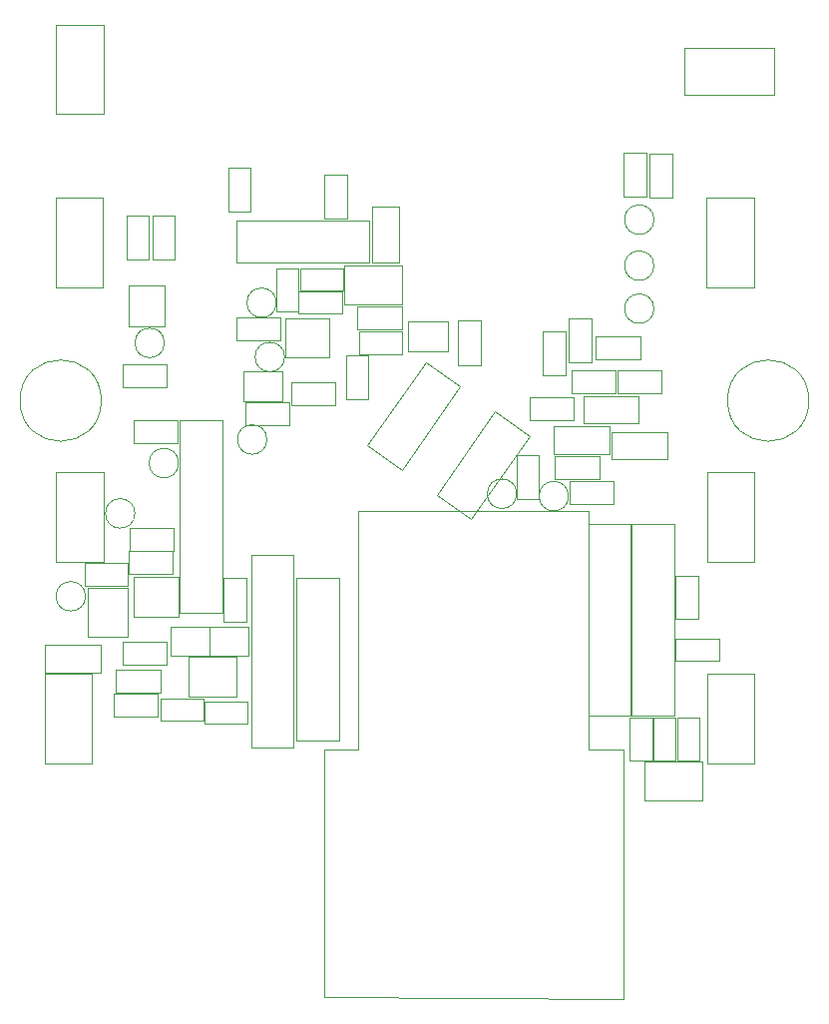
<source format=gbr>
G04 #@! TF.GenerationSoftware,KiCad,Pcbnew,(7.0.0)*
G04 #@! TF.CreationDate,2023-03-27T20:50:48+02:00*
G04 #@! TF.ProjectId,S3-27-epaper-touch,53332d32-372d-4657-9061-7065722d746f,rev?*
G04 #@! TF.SameCoordinates,Original*
G04 #@! TF.FileFunction,Other,User*
%FSLAX46Y46*%
G04 Gerber Fmt 4.6, Leading zero omitted, Abs format (unit mm)*
G04 Created by KiCad (PCBNEW (7.0.0)) date 2023-03-27 20:50:48*
%MOMM*%
%LPD*%
G01*
G04 APERTURE LIST*
%ADD10C,0.050000*%
G04 APERTURE END LIST*
D10*
X157800000Y-82300000D02*
G75*
G03*
X157800000Y-82300000I-1250000J0D01*
G01*
X109478200Y-103901200D02*
X113178200Y-103901200D01*
X109478200Y-105801200D02*
X109478200Y-103901200D01*
X113178200Y-103901200D02*
X113178200Y-105801200D01*
X113178200Y-105801200D02*
X109478200Y-105801200D01*
X148050000Y-94750000D02*
X148050000Y-98450000D01*
X146150000Y-94750000D02*
X148050000Y-94750000D01*
X148050000Y-98450000D02*
X146150000Y-98450000D01*
X146150000Y-98450000D02*
X146150000Y-94750000D01*
X133850000Y-78350000D02*
X136150000Y-78350000D01*
X133850000Y-78350000D02*
X133850000Y-73650000D01*
X133850000Y-73650000D02*
X136150000Y-73650000D01*
X136150000Y-73650000D02*
X136150000Y-78350000D01*
X125750000Y-81800000D02*
G75*
G03*
X125750000Y-81800000I-1250000J0D01*
G01*
X116250000Y-85200000D02*
G75*
G03*
X116250000Y-85200000I-1250000J0D01*
G01*
X115675000Y-116875000D02*
X111975000Y-116875000D01*
X115675000Y-114975000D02*
X115675000Y-116875000D01*
X111975000Y-116875000D02*
X111975000Y-114975000D01*
X111975000Y-114975000D02*
X115675000Y-114975000D01*
X132632500Y-82070000D02*
X136392500Y-82070000D01*
X132632500Y-84030000D02*
X132632500Y-82070000D01*
X136392500Y-82070000D02*
X136392500Y-84030000D01*
X136392500Y-84030000D02*
X132632500Y-84030000D01*
X124950000Y-93400000D02*
G75*
G03*
X124950000Y-93400000I-1250000J0D01*
G01*
X122400000Y-78400000D02*
X133600000Y-78400000D01*
X133600000Y-78400000D02*
X133600000Y-74800000D01*
X122400000Y-74800000D02*
X122400000Y-78400000D01*
X133600000Y-74800000D02*
X122400000Y-74800000D01*
X159650000Y-116950000D02*
X159650000Y-120650000D01*
X157750000Y-116950000D02*
X159650000Y-116950000D01*
X159650000Y-120650000D02*
X157750000Y-120650000D01*
X157750000Y-120650000D02*
X157750000Y-116950000D01*
X148320000Y-87980000D02*
X148320000Y-84220000D01*
X150280000Y-87980000D02*
X148320000Y-87980000D01*
X148320000Y-84220000D02*
X150280000Y-84220000D01*
X150280000Y-84220000D02*
X150280000Y-87980000D01*
X161650000Y-116950000D02*
X161650000Y-120650000D01*
X159750000Y-116950000D02*
X161650000Y-116950000D01*
X161650000Y-120650000D02*
X159750000Y-120650000D01*
X159750000Y-120650000D02*
X159750000Y-116950000D01*
X126500000Y-83150000D02*
X130200000Y-83150000D01*
X126500000Y-86450000D02*
X126500000Y-83150000D01*
X130200000Y-83150000D02*
X130200000Y-86450000D01*
X130200000Y-86450000D02*
X126500000Y-86450000D01*
X153155000Y-96755000D02*
X149395000Y-96755000D01*
X153155000Y-94795000D02*
X153155000Y-96755000D01*
X149395000Y-96755000D02*
X149395000Y-94795000D01*
X149395000Y-94795000D02*
X153155000Y-94795000D01*
X125750000Y-82550000D02*
X125750000Y-78850000D01*
X127650000Y-82550000D02*
X125750000Y-82550000D01*
X125750000Y-78850000D02*
X127650000Y-78850000D01*
X127650000Y-78850000D02*
X127650000Y-82550000D01*
X115250000Y-78100000D02*
X115250000Y-74400000D01*
X117150000Y-78100000D02*
X115250000Y-78100000D01*
X115250000Y-74400000D02*
X117150000Y-74400000D01*
X117150000Y-74400000D02*
X117150000Y-78100000D01*
X129820000Y-74680000D02*
X129820000Y-70920000D01*
X131780000Y-74680000D02*
X129820000Y-74680000D01*
X129820000Y-70920000D02*
X131780000Y-70920000D01*
X131780000Y-70920000D02*
X131780000Y-74680000D01*
X154707500Y-87520000D02*
X158467500Y-87520000D01*
X154707500Y-89480000D02*
X154707500Y-87520000D01*
X158467500Y-87520000D02*
X158467500Y-89480000D01*
X158467500Y-89480000D02*
X154707500Y-89480000D01*
X127750000Y-78850000D02*
X131450000Y-78850000D01*
X127750000Y-80750000D02*
X127750000Y-78850000D01*
X131450000Y-78850000D02*
X131450000Y-80750000D01*
X131450000Y-80750000D02*
X127750000Y-80750000D01*
X117450000Y-95400000D02*
G75*
G03*
X117450000Y-95400000I-1250000J0D01*
G01*
X127020000Y-88550000D02*
X130720000Y-88550000D01*
X127020000Y-90450000D02*
X127020000Y-88550000D01*
X130720000Y-88550000D02*
X130720000Y-90450000D01*
X130720000Y-90450000D02*
X127020000Y-90450000D01*
X156630000Y-86630000D02*
X152870000Y-86630000D01*
X156630000Y-84670000D02*
X156630000Y-86630000D01*
X152870000Y-86630000D02*
X152870000Y-84670000D01*
X152870000Y-84670000D02*
X156630000Y-84670000D01*
X159380000Y-69120000D02*
X159380000Y-72880000D01*
X157420000Y-69120000D02*
X159380000Y-69120000D01*
X159380000Y-72880000D02*
X157420000Y-72880000D01*
X157420000Y-72880000D02*
X157420000Y-69120000D01*
X131650000Y-89950000D02*
X131650000Y-86250000D01*
X133550000Y-89950000D02*
X131650000Y-89950000D01*
X131650000Y-86250000D02*
X133550000Y-86250000D01*
X133550000Y-86250000D02*
X133550000Y-89950000D01*
X157800000Y-74750000D02*
G75*
G03*
X157800000Y-74750000I-1250000J0D01*
G01*
X110900000Y-90100000D02*
G75*
G03*
X110900000Y-90100000I-3450000J0D01*
G01*
X157180000Y-69057500D02*
X157180000Y-72817500D01*
X155220000Y-69057500D02*
X157180000Y-69057500D01*
X157180000Y-72817500D02*
X155220000Y-72817500D01*
X155220000Y-72817500D02*
X155220000Y-69057500D01*
X113624600Y-105081600D02*
X113624600Y-108481600D01*
X113624600Y-108481600D02*
X117464600Y-108481600D01*
X117464600Y-105081600D02*
X113624600Y-105081600D01*
X117464600Y-108481600D02*
X117464600Y-105081600D01*
X116450000Y-112481400D02*
X112750000Y-112481400D01*
X116450000Y-110581400D02*
X116450000Y-112481400D01*
X112750000Y-112481400D02*
X112750000Y-110581400D01*
X112750000Y-110581400D02*
X116450000Y-110581400D01*
X112140600Y-112913600D02*
X115900600Y-112913600D01*
X112140600Y-114873600D02*
X112140600Y-112913600D01*
X115900600Y-112913600D02*
X115900600Y-114873600D01*
X115900600Y-114873600D02*
X112140600Y-114873600D01*
X121150000Y-108100000D02*
X121150000Y-91800000D01*
X121150000Y-91800000D02*
X117550000Y-91800000D01*
X117550000Y-108100000D02*
X121150000Y-108100000D01*
X117550000Y-91800000D02*
X117550000Y-108100000D01*
X109550000Y-106700000D02*
G75*
G03*
X109550000Y-106700000I-1250000J0D01*
G01*
X121650000Y-74050000D02*
X121650000Y-70350000D01*
X123550000Y-74050000D02*
X121650000Y-74050000D01*
X121650000Y-70350000D02*
X123550000Y-70350000D01*
X123550000Y-70350000D02*
X123550000Y-74050000D01*
X116800000Y-109250000D02*
X116800000Y-111750000D01*
X116800000Y-109250000D02*
X120100000Y-109250000D01*
X120100000Y-111750000D02*
X116800000Y-111750000D01*
X120100000Y-111750000D02*
X120100000Y-109250000D01*
X146150000Y-98000000D02*
G75*
G03*
X146150000Y-98000000I-1250000J0D01*
G01*
X120100000Y-109250000D02*
X120100000Y-111750000D01*
X120100000Y-109250000D02*
X123400000Y-109250000D01*
X123400000Y-111750000D02*
X120100000Y-111750000D01*
X123400000Y-111750000D02*
X123400000Y-109250000D01*
X123000000Y-87650000D02*
X123000000Y-90150000D01*
X123000000Y-87650000D02*
X126300000Y-87650000D01*
X126300000Y-90150000D02*
X123000000Y-90150000D01*
X126300000Y-90150000D02*
X126300000Y-87650000D01*
X113283600Y-100874000D02*
X117043600Y-100874000D01*
X113283600Y-102834000D02*
X113283600Y-100874000D01*
X117043600Y-100874000D02*
X117043600Y-102834000D01*
X117043600Y-102834000D02*
X113283600Y-102834000D01*
X154580000Y-89480000D02*
X150820000Y-89480000D01*
X154580000Y-87520000D02*
X154580000Y-89480000D01*
X150820000Y-89480000D02*
X150820000Y-87520000D01*
X150820000Y-87520000D02*
X154580000Y-87520000D01*
X114950000Y-74400000D02*
X114950000Y-78100000D01*
X113050000Y-74400000D02*
X114950000Y-74400000D01*
X114950000Y-78100000D02*
X113050000Y-78100000D01*
X113050000Y-78100000D02*
X113050000Y-74400000D01*
X156500000Y-92000000D02*
X156500000Y-89700000D01*
X156500000Y-92000000D02*
X151800000Y-92000000D01*
X151800000Y-92000000D02*
X151800000Y-89700000D01*
X151800000Y-89700000D02*
X156500000Y-89700000D01*
X159650000Y-110300000D02*
X163350000Y-110300000D01*
X159650000Y-112200000D02*
X159650000Y-110300000D01*
X163350000Y-110300000D02*
X163350000Y-112200000D01*
X163350000Y-112200000D02*
X159650000Y-112200000D01*
X144306245Y-91024730D02*
X139344809Y-98110395D01*
X139344809Y-98110395D02*
X142293756Y-100175270D01*
X147255192Y-93089605D02*
X144306245Y-91024730D01*
X142293756Y-100175270D02*
X147255192Y-93089605D01*
X126450000Y-86400000D02*
G75*
G03*
X126450000Y-86400000I-1250000J0D01*
G01*
X122400000Y-83050000D02*
X126100000Y-83050000D01*
X122400000Y-84950000D02*
X122400000Y-83050000D01*
X126100000Y-83050000D02*
X126100000Y-84950000D01*
X126100000Y-84950000D02*
X122400000Y-84950000D01*
X113650000Y-91800000D02*
X117350000Y-91800000D01*
X113650000Y-93700000D02*
X113650000Y-91800000D01*
X117350000Y-91800000D02*
X117350000Y-93700000D01*
X117350000Y-93700000D02*
X113650000Y-93700000D01*
X121270000Y-108880000D02*
X121270000Y-105120000D01*
X123230000Y-108880000D02*
X121270000Y-108880000D01*
X121270000Y-105120000D02*
X123230000Y-105120000D01*
X123230000Y-105120000D02*
X123230000Y-108880000D01*
X113746600Y-99669600D02*
G75*
G03*
X113746600Y-99669600I-1250000J0D01*
G01*
X118275000Y-111850000D02*
X118275000Y-115250000D01*
X118275000Y-115250000D02*
X122375000Y-115250000D01*
X122375000Y-111850000D02*
X118275000Y-111850000D01*
X122375000Y-115250000D02*
X122375000Y-111850000D01*
X157012500Y-120750000D02*
X161912500Y-120750000D01*
X157012500Y-124050000D02*
X157012500Y-120750000D01*
X161912500Y-120750000D02*
X161912500Y-124050000D01*
X161912500Y-124050000D02*
X157012500Y-124050000D01*
X109729800Y-110127000D02*
X113129800Y-110127000D01*
X113129800Y-110127000D02*
X113129800Y-106027000D01*
X109729800Y-106027000D02*
X109729800Y-110127000D01*
X113129800Y-106027000D02*
X109729800Y-106027000D01*
X150550000Y-98200000D02*
G75*
G03*
X150550000Y-98200000I-1250000J0D01*
G01*
X136450000Y-86150000D02*
X132750000Y-86150000D01*
X136450000Y-84250000D02*
X136450000Y-86150000D01*
X132750000Y-86150000D02*
X132750000Y-84250000D01*
X132750000Y-84250000D02*
X136450000Y-84250000D01*
X119620000Y-115610600D02*
X123320000Y-115610600D01*
X119620000Y-117510600D02*
X119620000Y-115610600D01*
X123320000Y-115610600D02*
X123320000Y-117510600D01*
X123320000Y-117510600D02*
X119620000Y-117510600D01*
X127650000Y-80800000D02*
X131350000Y-80800000D01*
X127650000Y-82700000D02*
X127650000Y-80800000D01*
X131350000Y-80800000D02*
X131350000Y-82700000D01*
X131350000Y-82700000D02*
X127650000Y-82700000D01*
X115900000Y-115375000D02*
X119600000Y-115375000D01*
X115900000Y-117275000D02*
X115900000Y-115375000D01*
X119600000Y-115375000D02*
X119600000Y-117275000D01*
X119600000Y-117275000D02*
X115900000Y-117275000D01*
X106150000Y-110850000D02*
X106150000Y-113150000D01*
X106150000Y-110850000D02*
X110850000Y-110850000D01*
X110850000Y-110850000D02*
X110850000Y-113150000D01*
X110850000Y-113150000D02*
X106150000Y-113150000D01*
X116480000Y-88980000D02*
X112720000Y-88980000D01*
X116480000Y-87020000D02*
X116480000Y-88980000D01*
X112720000Y-88980000D02*
X112720000Y-87020000D01*
X112720000Y-87020000D02*
X116480000Y-87020000D01*
X141120000Y-87080000D02*
X141120000Y-83320000D01*
X143080000Y-87080000D02*
X141120000Y-87080000D01*
X141120000Y-83320000D02*
X143080000Y-83320000D01*
X143080000Y-83320000D02*
X143080000Y-87080000D01*
X127225000Y-119525000D02*
X127225000Y-103225000D01*
X127225000Y-103225000D02*
X123625000Y-103225000D01*
X123625000Y-119525000D02*
X127225000Y-119525000D01*
X123625000Y-103225000D02*
X123625000Y-119525000D01*
X138414848Y-86812443D02*
X133453412Y-93898108D01*
X133453412Y-93898108D02*
X136402359Y-95962983D01*
X141363795Y-88877318D02*
X138414848Y-86812443D01*
X136402359Y-95962983D02*
X141363795Y-88877318D01*
X155176000Y-140890000D02*
X155176000Y-119700000D01*
X155176000Y-119700000D02*
X152226000Y-119700000D01*
X152226000Y-99500000D02*
X152226000Y-119700000D01*
X152226000Y-99500000D02*
X132726000Y-99500000D01*
X132726000Y-119700000D02*
X132726000Y-99500000D01*
X132726000Y-119700000D02*
X129776000Y-119700000D01*
X129776000Y-140700000D02*
X155176000Y-140890000D01*
X129776000Y-119700000D02*
X129776000Y-140700000D01*
X116250000Y-80337500D02*
X113250000Y-80337500D01*
X113250000Y-80337500D02*
X113250000Y-83837500D01*
X116250000Y-83837500D02*
X116250000Y-80337500D01*
X113250000Y-83837500D02*
X116250000Y-83837500D01*
X152250000Y-100550000D02*
X152250000Y-116850000D01*
X152250000Y-116850000D02*
X155850000Y-116850000D01*
X155850000Y-100550000D02*
X152250000Y-100550000D01*
X155850000Y-116850000D02*
X155850000Y-100550000D01*
X149300000Y-92300000D02*
X149300000Y-94600000D01*
X149300000Y-92300000D02*
X154000000Y-92300000D01*
X154000000Y-92300000D02*
X154000000Y-94600000D01*
X154000000Y-94600000D02*
X149300000Y-94600000D01*
X113237400Y-102859800D02*
X116937400Y-102859800D01*
X113237400Y-104759800D02*
X113237400Y-102859800D01*
X116937400Y-102859800D02*
X116937400Y-104759800D01*
X116937400Y-104759800D02*
X113237400Y-104759800D01*
X150980000Y-91780000D02*
X147220000Y-91780000D01*
X150980000Y-89820000D02*
X150980000Y-91780000D01*
X147220000Y-91780000D02*
X147220000Y-89820000D01*
X147220000Y-89820000D02*
X150980000Y-89820000D01*
X155900000Y-100550000D02*
X155900000Y-116850000D01*
X155900000Y-116850000D02*
X159500000Y-116850000D01*
X159500000Y-100550000D02*
X155900000Y-100550000D01*
X159500000Y-116850000D02*
X159500000Y-100550000D01*
X131550000Y-78650000D02*
X136450000Y-78650000D01*
X131550000Y-81950000D02*
X131550000Y-78650000D01*
X136450000Y-78650000D02*
X136450000Y-81950000D01*
X136450000Y-81950000D02*
X131550000Y-81950000D01*
X157800000Y-78650000D02*
G75*
G03*
X157800000Y-78650000I-1250000J0D01*
G01*
X136900000Y-83350000D02*
X140300000Y-83350000D01*
X136900000Y-85950000D02*
X136900000Y-83350000D01*
X140300000Y-83350000D02*
X140300000Y-85950000D01*
X140300000Y-85950000D02*
X136900000Y-85950000D01*
X154380000Y-98880000D02*
X150620000Y-98880000D01*
X154380000Y-96920000D02*
X154380000Y-98880000D01*
X150620000Y-98880000D02*
X150620000Y-96920000D01*
X150620000Y-96920000D02*
X154380000Y-96920000D01*
X159650000Y-108650000D02*
X159650000Y-104950000D01*
X161550000Y-108650000D02*
X159650000Y-108650000D01*
X159650000Y-104950000D02*
X161550000Y-104950000D01*
X161550000Y-104950000D02*
X161550000Y-108650000D01*
X123150000Y-90250000D02*
X126850000Y-90250000D01*
X123150000Y-92150000D02*
X123150000Y-90250000D01*
X126850000Y-90250000D02*
X126850000Y-92150000D01*
X126850000Y-92150000D02*
X123150000Y-92150000D01*
X131050000Y-118920000D02*
X131050000Y-105170000D01*
X131050000Y-105170000D02*
X127450000Y-105170000D01*
X127450000Y-118920000D02*
X131050000Y-118920000D01*
X127450000Y-105170000D02*
X127450000Y-118920000D01*
X158900000Y-95100000D02*
X158900000Y-92800000D01*
X158900000Y-95100000D02*
X154200000Y-95100000D01*
X154200000Y-95100000D02*
X154200000Y-92800000D01*
X154200000Y-92800000D02*
X158900000Y-92800000D01*
X170950000Y-90100000D02*
G75*
G03*
X170950000Y-90100000I-3450000J0D01*
G01*
X150570000Y-86880000D02*
X150570000Y-83120000D01*
X152530000Y-86880000D02*
X150570000Y-86880000D01*
X150570000Y-83120000D02*
X152530000Y-83120000D01*
X152530000Y-83120000D02*
X152530000Y-86880000D01*
X155750000Y-120650000D02*
X155750000Y-116950000D01*
X157650000Y-120650000D02*
X155750000Y-120650000D01*
X155750000Y-116950000D02*
X157650000Y-116950000D01*
X157650000Y-116950000D02*
X157650000Y-120650000D01*
X162320001Y-120900000D02*
X162320001Y-113300000D01*
X166320001Y-120900000D02*
X162320001Y-120900000D01*
X162320001Y-113300000D02*
X166320001Y-113300000D01*
X166320001Y-113300000D02*
X166320001Y-120900000D01*
X162320001Y-103800000D02*
X162320001Y-96200000D01*
X166320001Y-103800000D02*
X162320001Y-103800000D01*
X162320001Y-96200000D02*
X166320001Y-96200000D01*
X166320001Y-96200000D02*
X166320001Y-103800000D01*
X111000000Y-72900000D02*
X111000000Y-80500000D01*
X107000000Y-72900000D02*
X111000000Y-72900000D01*
X111000000Y-80500000D02*
X107000000Y-80500000D01*
X107000000Y-80500000D02*
X107000000Y-72900000D01*
X111079999Y-96200000D02*
X111079999Y-103800000D01*
X107079999Y-96200000D02*
X111079999Y-96200000D01*
X111079999Y-103800000D02*
X107079999Y-103800000D01*
X107079999Y-103800000D02*
X107079999Y-96200000D01*
X162270001Y-80500000D02*
X162270001Y-72900000D01*
X166270001Y-80500000D02*
X162270001Y-80500000D01*
X162270001Y-72900000D02*
X166270001Y-72900000D01*
X166270001Y-72900000D02*
X166270001Y-80500000D01*
X110079999Y-113300000D02*
X110079999Y-120900000D01*
X106079999Y-113300000D02*
X110079999Y-113300000D01*
X110079999Y-120900000D02*
X106079999Y-120900000D01*
X106079999Y-120900000D02*
X106079999Y-113300000D01*
X168000000Y-64179999D02*
X160400000Y-64179999D01*
X168000000Y-60179999D02*
X168000000Y-64179999D01*
X160400000Y-64179999D02*
X160400000Y-60179999D01*
X160400000Y-60179999D02*
X168000000Y-60179999D01*
X111079999Y-58200000D02*
X111079999Y-65800000D01*
X107079999Y-58200000D02*
X111079999Y-58200000D01*
X111079999Y-65800000D02*
X107079999Y-65800000D01*
X107079999Y-65800000D02*
X107079999Y-58200000D01*
M02*

</source>
